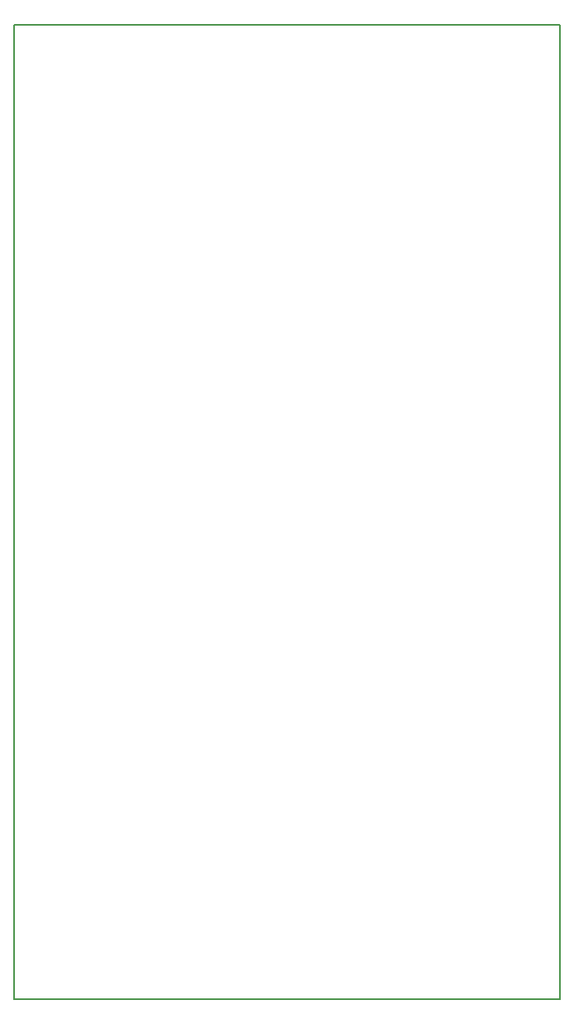
<source format=gbr>
G04 #@! TF.GenerationSoftware,KiCad,Pcbnew,7.0.1*
G04 #@! TF.CreationDate,2024-07-28T16:45:10-07:00*
G04 #@! TF.ProjectId,DFTBoard,44465442-6f61-4726-942e-6b696361645f,rev?*
G04 #@! TF.SameCoordinates,Original*
G04 #@! TF.FileFunction,Profile,NP*
%FSLAX46Y46*%
G04 Gerber Fmt 4.6, Leading zero omitted, Abs format (unit mm)*
G04 Created by KiCad (PCBNEW 7.0.1) date 2024-07-28 16:45:10*
%MOMM*%
%LPD*%
G01*
G04 APERTURE LIST*
G04 #@! TA.AperFunction,Profile*
%ADD10C,0.130000*%
G04 #@! TD*
G04 APERTURE END LIST*
D10*
X100100000Y-63275000D02*
X155925000Y-63275000D01*
X155925000Y-162925000D01*
X100100000Y-162925000D01*
X100100000Y-63275000D01*
M02*

</source>
